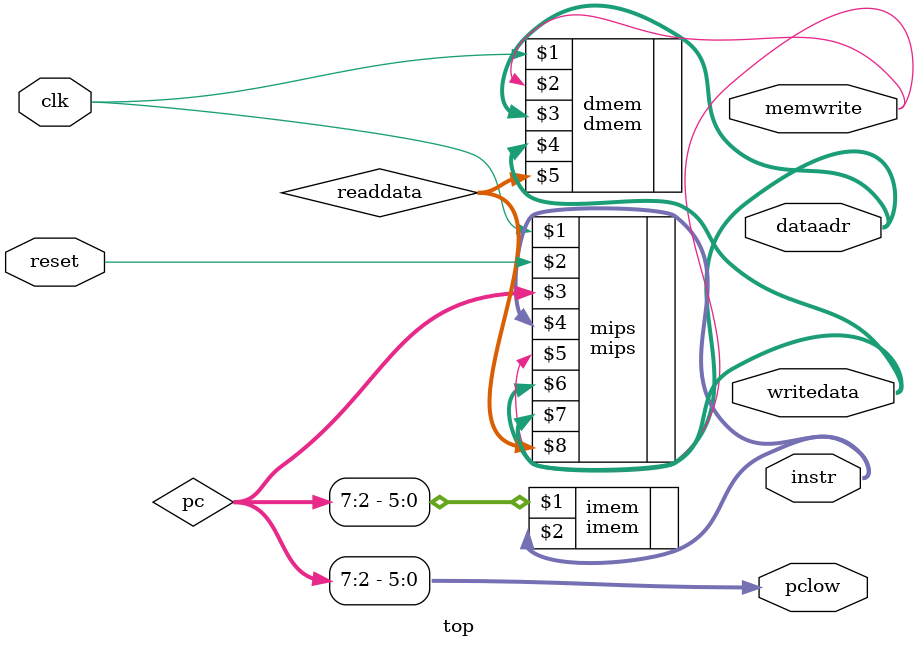
<source format=sv>
`timescale 1ns / 1ps

module top#(parameter N = 32)(
    input   logic       clk, reset,
    output  logic [N-1:0]writedata, dataadr,
    output  logic        memwrite,
    output  logic [N-1:0]instr,//
    output  logic [5:0]  pclow
);
logic [N-1:0] pc,readdata;
mips mips(clk, reset, pc, instr, memwrite, dataadr,
        writedata, readdata);
imem imem(pc[7:2], instr);
dmem dmem(clk, memwrite, dataadr, writedata, readdata);
assign pclow = pc[7:2];
endmodule
</source>
